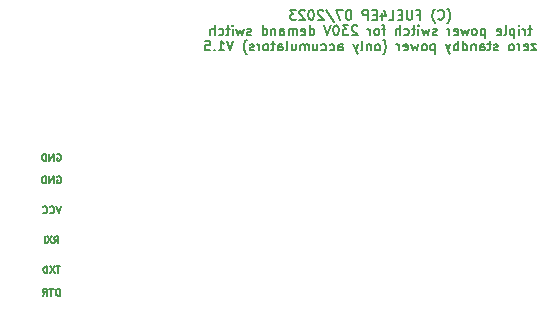
<source format=gbr>
%TF.GenerationSoftware,KiCad,Pcbnew,6.0.11-2627ca5db0~126~ubuntu22.04.1*%
%TF.CreationDate,2023-07-24T12:43:55+02:00*%
%TF.ProjectId,HB-UNI-SenAct-4-4-SC_DS_FUEL4EP_PCB,48422d55-4e49-42d5-9365-6e4163742d34,1.5*%
%TF.SameCoordinates,Original*%
%TF.FileFunction,Legend,Bot*%
%TF.FilePolarity,Positive*%
%FSLAX46Y46*%
G04 Gerber Fmt 4.6, Leading zero omitted, Abs format (unit mm)*
G04 Created by KiCad (PCBNEW 6.0.11-2627ca5db0~126~ubuntu22.04.1) date 2023-07-24 12:43:55*
%MOMM*%
%LPD*%
G01*
G04 APERTURE LIST*
%ADD10C,0.152400*%
%ADD11C,0.150000*%
%ADD12C,2.000000*%
%ADD13R,1.600000X1.600000*%
%ADD14C,1.600000*%
%ADD15R,1.800000X1.800000*%
%ADD16C,1.800000*%
%ADD17R,2.200000X2.200000*%
%ADD18O,2.200000X2.200000*%
%ADD19C,5.800000*%
%ADD20R,1.700000X1.700000*%
%ADD21O,1.700000X1.700000*%
%ADD22C,1.350000*%
%ADD23C,3.000000*%
%ADD24R,1.717500X1.800000*%
%ADD25O,1.717500X1.800000*%
%ADD26R,1.498600X1.498600*%
%ADD27C,1.498600*%
%ADD28C,1.400000*%
%ADD29O,1.400000X1.400000*%
%ADD30O,1.600000X1.600000*%
%ADD31O,3.251200X1.625600*%
%ADD32O,1.800000X1.800000*%
%ADD33C,2.082800*%
%ADD34R,1.000000X1.000000*%
%ADD35R,4.000000X4.000000*%
G04 APERTURE END LIST*
D10*
X46221952Y-21009525D02*
X46260657Y-20970820D01*
X46338066Y-20854706D01*
X46376771Y-20777296D01*
X46415476Y-20661182D01*
X46454180Y-20467658D01*
X46454180Y-20312839D01*
X46415476Y-20119315D01*
X46376771Y-20003201D01*
X46338066Y-19925792D01*
X46260657Y-19809677D01*
X46221952Y-19770972D01*
X45447857Y-20622477D02*
X45486561Y-20661182D01*
X45602676Y-20699887D01*
X45680085Y-20699887D01*
X45796200Y-20661182D01*
X45873609Y-20583772D01*
X45912314Y-20506363D01*
X45951019Y-20351544D01*
X45951019Y-20235430D01*
X45912314Y-20080611D01*
X45873609Y-20003201D01*
X45796200Y-19925792D01*
X45680085Y-19887087D01*
X45602676Y-19887087D01*
X45486561Y-19925792D01*
X45447857Y-19964496D01*
X45176923Y-21009525D02*
X45138219Y-20970820D01*
X45060809Y-20854706D01*
X45022104Y-20777296D01*
X44983400Y-20661182D01*
X44944695Y-20467658D01*
X44944695Y-20312839D01*
X44983400Y-20119315D01*
X45022104Y-20003201D01*
X45060809Y-19925792D01*
X45138219Y-19809677D01*
X45176923Y-19770972D01*
X43667438Y-20274134D02*
X43938371Y-20274134D01*
X43938371Y-20699887D02*
X43938371Y-19887087D01*
X43551323Y-19887087D01*
X43241685Y-19887087D02*
X43241685Y-20545068D01*
X43202980Y-20622477D01*
X43164276Y-20661182D01*
X43086866Y-20699887D01*
X42932047Y-20699887D01*
X42854638Y-20661182D01*
X42815933Y-20622477D01*
X42777228Y-20545068D01*
X42777228Y-19887087D01*
X42390180Y-20274134D02*
X42119247Y-20274134D01*
X42003133Y-20699887D02*
X42390180Y-20699887D01*
X42390180Y-19887087D01*
X42003133Y-19887087D01*
X41267742Y-20699887D02*
X41654790Y-20699887D01*
X41654790Y-19887087D01*
X40648466Y-20158020D02*
X40648466Y-20699887D01*
X40841990Y-19848382D02*
X41035514Y-20428953D01*
X40532352Y-20428953D01*
X40222714Y-20274134D02*
X39951780Y-20274134D01*
X39835666Y-20699887D02*
X40222714Y-20699887D01*
X40222714Y-19887087D01*
X39835666Y-19887087D01*
X39487323Y-20699887D02*
X39487323Y-19887087D01*
X39177685Y-19887087D01*
X39100276Y-19925792D01*
X39061571Y-19964496D01*
X39022866Y-20041906D01*
X39022866Y-20158020D01*
X39061571Y-20235430D01*
X39100276Y-20274134D01*
X39177685Y-20312839D01*
X39487323Y-20312839D01*
X37900428Y-19887087D02*
X37823019Y-19887087D01*
X37745609Y-19925792D01*
X37706904Y-19964496D01*
X37668200Y-20041906D01*
X37629495Y-20196725D01*
X37629495Y-20390249D01*
X37668200Y-20545068D01*
X37706904Y-20622477D01*
X37745609Y-20661182D01*
X37823019Y-20699887D01*
X37900428Y-20699887D01*
X37977838Y-20661182D01*
X38016542Y-20622477D01*
X38055247Y-20545068D01*
X38093952Y-20390249D01*
X38093952Y-20196725D01*
X38055247Y-20041906D01*
X38016542Y-19964496D01*
X37977838Y-19925792D01*
X37900428Y-19887087D01*
X37358561Y-19887087D02*
X36816695Y-19887087D01*
X37165038Y-20699887D01*
X35926485Y-19848382D02*
X36623171Y-20893411D01*
X35694257Y-19964496D02*
X35655552Y-19925792D01*
X35578142Y-19887087D01*
X35384619Y-19887087D01*
X35307209Y-19925792D01*
X35268504Y-19964496D01*
X35229800Y-20041906D01*
X35229800Y-20119315D01*
X35268504Y-20235430D01*
X35732961Y-20699887D01*
X35229800Y-20699887D01*
X34726638Y-19887087D02*
X34649228Y-19887087D01*
X34571819Y-19925792D01*
X34533114Y-19964496D01*
X34494409Y-20041906D01*
X34455704Y-20196725D01*
X34455704Y-20390249D01*
X34494409Y-20545068D01*
X34533114Y-20622477D01*
X34571819Y-20661182D01*
X34649228Y-20699887D01*
X34726638Y-20699887D01*
X34804047Y-20661182D01*
X34842752Y-20622477D01*
X34881457Y-20545068D01*
X34920161Y-20390249D01*
X34920161Y-20196725D01*
X34881457Y-20041906D01*
X34842752Y-19964496D01*
X34804047Y-19925792D01*
X34726638Y-19887087D01*
X34146066Y-19964496D02*
X34107361Y-19925792D01*
X34029952Y-19887087D01*
X33836428Y-19887087D01*
X33759019Y-19925792D01*
X33720314Y-19964496D01*
X33681609Y-20041906D01*
X33681609Y-20119315D01*
X33720314Y-20235430D01*
X34184771Y-20699887D01*
X33681609Y-20699887D01*
X33410676Y-19887087D02*
X32907514Y-19887087D01*
X33178447Y-20196725D01*
X33062333Y-20196725D01*
X32984923Y-20235430D01*
X32946219Y-20274134D01*
X32907514Y-20351544D01*
X32907514Y-20545068D01*
X32946219Y-20622477D01*
X32984923Y-20661182D01*
X33062333Y-20699887D01*
X33294561Y-20699887D01*
X33371971Y-20661182D01*
X33410676Y-20622477D01*
X53362980Y-21466628D02*
X53053342Y-21466628D01*
X53246866Y-21195695D02*
X53246866Y-21892380D01*
X53208161Y-21969790D01*
X53130752Y-22008495D01*
X53053342Y-22008495D01*
X52782409Y-22008495D02*
X52782409Y-21466628D01*
X52782409Y-21621447D02*
X52743704Y-21544038D01*
X52705000Y-21505333D01*
X52627590Y-21466628D01*
X52550180Y-21466628D01*
X52279247Y-22008495D02*
X52279247Y-21466628D01*
X52279247Y-21195695D02*
X52317952Y-21234400D01*
X52279247Y-21273104D01*
X52240542Y-21234400D01*
X52279247Y-21195695D01*
X52279247Y-21273104D01*
X51892200Y-21466628D02*
X51892200Y-22279428D01*
X51892200Y-21505333D02*
X51814790Y-21466628D01*
X51659971Y-21466628D01*
X51582561Y-21505333D01*
X51543857Y-21544038D01*
X51505152Y-21621447D01*
X51505152Y-21853676D01*
X51543857Y-21931085D01*
X51582561Y-21969790D01*
X51659971Y-22008495D01*
X51814790Y-22008495D01*
X51892200Y-21969790D01*
X51040695Y-22008495D02*
X51118104Y-21969790D01*
X51156809Y-21892380D01*
X51156809Y-21195695D01*
X50421419Y-21969790D02*
X50498828Y-22008495D01*
X50653647Y-22008495D01*
X50731057Y-21969790D01*
X50769761Y-21892380D01*
X50769761Y-21582742D01*
X50731057Y-21505333D01*
X50653647Y-21466628D01*
X50498828Y-21466628D01*
X50421419Y-21505333D01*
X50382714Y-21582742D01*
X50382714Y-21660152D01*
X50769761Y-21737561D01*
X49415095Y-21466628D02*
X49415095Y-22279428D01*
X49415095Y-21505333D02*
X49337685Y-21466628D01*
X49182866Y-21466628D01*
X49105457Y-21505333D01*
X49066752Y-21544038D01*
X49028047Y-21621447D01*
X49028047Y-21853676D01*
X49066752Y-21931085D01*
X49105457Y-21969790D01*
X49182866Y-22008495D01*
X49337685Y-22008495D01*
X49415095Y-21969790D01*
X48563590Y-22008495D02*
X48641000Y-21969790D01*
X48679704Y-21931085D01*
X48718409Y-21853676D01*
X48718409Y-21621447D01*
X48679704Y-21544038D01*
X48641000Y-21505333D01*
X48563590Y-21466628D01*
X48447476Y-21466628D01*
X48370066Y-21505333D01*
X48331361Y-21544038D01*
X48292657Y-21621447D01*
X48292657Y-21853676D01*
X48331361Y-21931085D01*
X48370066Y-21969790D01*
X48447476Y-22008495D01*
X48563590Y-22008495D01*
X48021723Y-21466628D02*
X47866904Y-22008495D01*
X47712085Y-21621447D01*
X47557266Y-22008495D01*
X47402447Y-21466628D01*
X46783171Y-21969790D02*
X46860580Y-22008495D01*
X47015400Y-22008495D01*
X47092809Y-21969790D01*
X47131514Y-21892380D01*
X47131514Y-21582742D01*
X47092809Y-21505333D01*
X47015400Y-21466628D01*
X46860580Y-21466628D01*
X46783171Y-21505333D01*
X46744466Y-21582742D01*
X46744466Y-21660152D01*
X47131514Y-21737561D01*
X46396123Y-22008495D02*
X46396123Y-21466628D01*
X46396123Y-21621447D02*
X46357419Y-21544038D01*
X46318714Y-21505333D01*
X46241304Y-21466628D01*
X46163895Y-21466628D01*
X45312390Y-21969790D02*
X45234980Y-22008495D01*
X45080161Y-22008495D01*
X45002752Y-21969790D01*
X44964047Y-21892380D01*
X44964047Y-21853676D01*
X45002752Y-21776266D01*
X45080161Y-21737561D01*
X45196276Y-21737561D01*
X45273685Y-21698857D01*
X45312390Y-21621447D01*
X45312390Y-21582742D01*
X45273685Y-21505333D01*
X45196276Y-21466628D01*
X45080161Y-21466628D01*
X45002752Y-21505333D01*
X44693114Y-21466628D02*
X44538295Y-22008495D01*
X44383476Y-21621447D01*
X44228657Y-22008495D01*
X44073838Y-21466628D01*
X43764200Y-22008495D02*
X43764200Y-21466628D01*
X43764200Y-21195695D02*
X43802904Y-21234400D01*
X43764200Y-21273104D01*
X43725495Y-21234400D01*
X43764200Y-21195695D01*
X43764200Y-21273104D01*
X43493266Y-21466628D02*
X43183628Y-21466628D01*
X43377152Y-21195695D02*
X43377152Y-21892380D01*
X43338447Y-21969790D01*
X43261038Y-22008495D01*
X43183628Y-22008495D01*
X42564352Y-21969790D02*
X42641761Y-22008495D01*
X42796580Y-22008495D01*
X42873990Y-21969790D01*
X42912695Y-21931085D01*
X42951400Y-21853676D01*
X42951400Y-21621447D01*
X42912695Y-21544038D01*
X42873990Y-21505333D01*
X42796580Y-21466628D01*
X42641761Y-21466628D01*
X42564352Y-21505333D01*
X42216009Y-22008495D02*
X42216009Y-21195695D01*
X41867666Y-22008495D02*
X41867666Y-21582742D01*
X41906371Y-21505333D01*
X41983780Y-21466628D01*
X42099895Y-21466628D01*
X42177304Y-21505333D01*
X42216009Y-21544038D01*
X40977457Y-21466628D02*
X40667819Y-21466628D01*
X40861342Y-22008495D02*
X40861342Y-21311809D01*
X40822638Y-21234400D01*
X40745228Y-21195695D01*
X40667819Y-21195695D01*
X40280771Y-22008495D02*
X40358180Y-21969790D01*
X40396885Y-21931085D01*
X40435590Y-21853676D01*
X40435590Y-21621447D01*
X40396885Y-21544038D01*
X40358180Y-21505333D01*
X40280771Y-21466628D01*
X40164657Y-21466628D01*
X40087247Y-21505333D01*
X40048542Y-21544038D01*
X40009838Y-21621447D01*
X40009838Y-21853676D01*
X40048542Y-21931085D01*
X40087247Y-21969790D01*
X40164657Y-22008495D01*
X40280771Y-22008495D01*
X39661495Y-22008495D02*
X39661495Y-21466628D01*
X39661495Y-21621447D02*
X39622790Y-21544038D01*
X39584085Y-21505333D01*
X39506676Y-21466628D01*
X39429266Y-21466628D01*
X38577761Y-21273104D02*
X38539057Y-21234400D01*
X38461647Y-21195695D01*
X38268123Y-21195695D01*
X38190714Y-21234400D01*
X38152009Y-21273104D01*
X38113304Y-21350514D01*
X38113304Y-21427923D01*
X38152009Y-21544038D01*
X38616466Y-22008495D01*
X38113304Y-22008495D01*
X37842371Y-21195695D02*
X37339209Y-21195695D01*
X37610142Y-21505333D01*
X37494028Y-21505333D01*
X37416619Y-21544038D01*
X37377914Y-21582742D01*
X37339209Y-21660152D01*
X37339209Y-21853676D01*
X37377914Y-21931085D01*
X37416619Y-21969790D01*
X37494028Y-22008495D01*
X37726257Y-22008495D01*
X37803666Y-21969790D01*
X37842371Y-21931085D01*
X36836047Y-21195695D02*
X36758638Y-21195695D01*
X36681228Y-21234400D01*
X36642523Y-21273104D01*
X36603819Y-21350514D01*
X36565114Y-21505333D01*
X36565114Y-21698857D01*
X36603819Y-21853676D01*
X36642523Y-21931085D01*
X36681228Y-21969790D01*
X36758638Y-22008495D01*
X36836047Y-22008495D01*
X36913457Y-21969790D01*
X36952161Y-21931085D01*
X36990866Y-21853676D01*
X37029571Y-21698857D01*
X37029571Y-21505333D01*
X36990866Y-21350514D01*
X36952161Y-21273104D01*
X36913457Y-21234400D01*
X36836047Y-21195695D01*
X36332885Y-21195695D02*
X36061952Y-22008495D01*
X35791019Y-21195695D01*
X34552466Y-22008495D02*
X34552466Y-21195695D01*
X34552466Y-21969790D02*
X34629876Y-22008495D01*
X34784695Y-22008495D01*
X34862104Y-21969790D01*
X34900809Y-21931085D01*
X34939514Y-21853676D01*
X34939514Y-21621447D01*
X34900809Y-21544038D01*
X34862104Y-21505333D01*
X34784695Y-21466628D01*
X34629876Y-21466628D01*
X34552466Y-21505333D01*
X33855780Y-21969790D02*
X33933190Y-22008495D01*
X34088009Y-22008495D01*
X34165419Y-21969790D01*
X34204123Y-21892380D01*
X34204123Y-21582742D01*
X34165419Y-21505333D01*
X34088009Y-21466628D01*
X33933190Y-21466628D01*
X33855780Y-21505333D01*
X33817076Y-21582742D01*
X33817076Y-21660152D01*
X34204123Y-21737561D01*
X33468733Y-22008495D02*
X33468733Y-21466628D01*
X33468733Y-21544038D02*
X33430028Y-21505333D01*
X33352619Y-21466628D01*
X33236504Y-21466628D01*
X33159095Y-21505333D01*
X33120390Y-21582742D01*
X33120390Y-22008495D01*
X33120390Y-21582742D02*
X33081685Y-21505333D01*
X33004276Y-21466628D01*
X32888161Y-21466628D01*
X32810752Y-21505333D01*
X32772047Y-21582742D01*
X32772047Y-22008495D01*
X32036657Y-22008495D02*
X32036657Y-21582742D01*
X32075361Y-21505333D01*
X32152771Y-21466628D01*
X32307590Y-21466628D01*
X32385000Y-21505333D01*
X32036657Y-21969790D02*
X32114066Y-22008495D01*
X32307590Y-22008495D01*
X32385000Y-21969790D01*
X32423704Y-21892380D01*
X32423704Y-21814971D01*
X32385000Y-21737561D01*
X32307590Y-21698857D01*
X32114066Y-21698857D01*
X32036657Y-21660152D01*
X31649609Y-21466628D02*
X31649609Y-22008495D01*
X31649609Y-21544038D02*
X31610904Y-21505333D01*
X31533495Y-21466628D01*
X31417380Y-21466628D01*
X31339971Y-21505333D01*
X31301266Y-21582742D01*
X31301266Y-22008495D01*
X30565876Y-22008495D02*
X30565876Y-21195695D01*
X30565876Y-21969790D02*
X30643285Y-22008495D01*
X30798104Y-22008495D01*
X30875514Y-21969790D01*
X30914219Y-21931085D01*
X30952923Y-21853676D01*
X30952923Y-21621447D01*
X30914219Y-21544038D01*
X30875514Y-21505333D01*
X30798104Y-21466628D01*
X30643285Y-21466628D01*
X30565876Y-21505333D01*
X29598257Y-21969790D02*
X29520847Y-22008495D01*
X29366028Y-22008495D01*
X29288619Y-21969790D01*
X29249914Y-21892380D01*
X29249914Y-21853676D01*
X29288619Y-21776266D01*
X29366028Y-21737561D01*
X29482142Y-21737561D01*
X29559552Y-21698857D01*
X29598257Y-21621447D01*
X29598257Y-21582742D01*
X29559552Y-21505333D01*
X29482142Y-21466628D01*
X29366028Y-21466628D01*
X29288619Y-21505333D01*
X28978980Y-21466628D02*
X28824161Y-22008495D01*
X28669342Y-21621447D01*
X28514523Y-22008495D01*
X28359704Y-21466628D01*
X28050066Y-22008495D02*
X28050066Y-21466628D01*
X28050066Y-21195695D02*
X28088771Y-21234400D01*
X28050066Y-21273104D01*
X28011361Y-21234400D01*
X28050066Y-21195695D01*
X28050066Y-21273104D01*
X27779133Y-21466628D02*
X27469495Y-21466628D01*
X27663019Y-21195695D02*
X27663019Y-21892380D01*
X27624314Y-21969790D01*
X27546904Y-22008495D01*
X27469495Y-22008495D01*
X26850219Y-21969790D02*
X26927628Y-22008495D01*
X27082447Y-22008495D01*
X27159857Y-21969790D01*
X27198561Y-21931085D01*
X27237266Y-21853676D01*
X27237266Y-21621447D01*
X27198561Y-21544038D01*
X27159857Y-21505333D01*
X27082447Y-21466628D01*
X26927628Y-21466628D01*
X26850219Y-21505333D01*
X26501876Y-22008495D02*
X26501876Y-21195695D01*
X26153533Y-22008495D02*
X26153533Y-21582742D01*
X26192238Y-21505333D01*
X26269647Y-21466628D01*
X26385761Y-21466628D01*
X26463171Y-21505333D01*
X26501876Y-21544038D01*
X53750028Y-22775236D02*
X53324276Y-22775236D01*
X53750028Y-23317103D01*
X53324276Y-23317103D01*
X52705000Y-23278398D02*
X52782409Y-23317103D01*
X52937228Y-23317103D01*
X53014638Y-23278398D01*
X53053342Y-23200988D01*
X53053342Y-22891350D01*
X53014638Y-22813941D01*
X52937228Y-22775236D01*
X52782409Y-22775236D01*
X52705000Y-22813941D01*
X52666295Y-22891350D01*
X52666295Y-22968760D01*
X53053342Y-23046169D01*
X52317952Y-23317103D02*
X52317952Y-22775236D01*
X52317952Y-22930055D02*
X52279247Y-22852646D01*
X52240542Y-22813941D01*
X52163133Y-22775236D01*
X52085723Y-22775236D01*
X51698676Y-23317103D02*
X51776085Y-23278398D01*
X51814790Y-23239693D01*
X51853495Y-23162284D01*
X51853495Y-22930055D01*
X51814790Y-22852646D01*
X51776085Y-22813941D01*
X51698676Y-22775236D01*
X51582561Y-22775236D01*
X51505152Y-22813941D01*
X51466447Y-22852646D01*
X51427742Y-22930055D01*
X51427742Y-23162284D01*
X51466447Y-23239693D01*
X51505152Y-23278398D01*
X51582561Y-23317103D01*
X51698676Y-23317103D01*
X50498828Y-23278398D02*
X50421419Y-23317103D01*
X50266600Y-23317103D01*
X50189190Y-23278398D01*
X50150485Y-23200988D01*
X50150485Y-23162284D01*
X50189190Y-23084874D01*
X50266600Y-23046169D01*
X50382714Y-23046169D01*
X50460123Y-23007465D01*
X50498828Y-22930055D01*
X50498828Y-22891350D01*
X50460123Y-22813941D01*
X50382714Y-22775236D01*
X50266600Y-22775236D01*
X50189190Y-22813941D01*
X49918257Y-22775236D02*
X49608619Y-22775236D01*
X49802142Y-22504303D02*
X49802142Y-23200988D01*
X49763438Y-23278398D01*
X49686028Y-23317103D01*
X49608619Y-23317103D01*
X48989342Y-23317103D02*
X48989342Y-22891350D01*
X49028047Y-22813941D01*
X49105457Y-22775236D01*
X49260276Y-22775236D01*
X49337685Y-22813941D01*
X48989342Y-23278398D02*
X49066752Y-23317103D01*
X49260276Y-23317103D01*
X49337685Y-23278398D01*
X49376390Y-23200988D01*
X49376390Y-23123579D01*
X49337685Y-23046169D01*
X49260276Y-23007465D01*
X49066752Y-23007465D01*
X48989342Y-22968760D01*
X48602295Y-22775236D02*
X48602295Y-23317103D01*
X48602295Y-22852646D02*
X48563590Y-22813941D01*
X48486180Y-22775236D01*
X48370066Y-22775236D01*
X48292657Y-22813941D01*
X48253952Y-22891350D01*
X48253952Y-23317103D01*
X47518561Y-23317103D02*
X47518561Y-22504303D01*
X47518561Y-23278398D02*
X47595971Y-23317103D01*
X47750790Y-23317103D01*
X47828200Y-23278398D01*
X47866904Y-23239693D01*
X47905609Y-23162284D01*
X47905609Y-22930055D01*
X47866904Y-22852646D01*
X47828200Y-22813941D01*
X47750790Y-22775236D01*
X47595971Y-22775236D01*
X47518561Y-22813941D01*
X47131514Y-23317103D02*
X47131514Y-22504303D01*
X47131514Y-22813941D02*
X47054104Y-22775236D01*
X46899285Y-22775236D01*
X46821876Y-22813941D01*
X46783171Y-22852646D01*
X46744466Y-22930055D01*
X46744466Y-23162284D01*
X46783171Y-23239693D01*
X46821876Y-23278398D01*
X46899285Y-23317103D01*
X47054104Y-23317103D01*
X47131514Y-23278398D01*
X46473533Y-22775236D02*
X46280009Y-23317103D01*
X46086485Y-22775236D02*
X46280009Y-23317103D01*
X46357419Y-23510627D01*
X46396123Y-23549331D01*
X46473533Y-23588036D01*
X45157571Y-22775236D02*
X45157571Y-23588036D01*
X45157571Y-22813941D02*
X45080161Y-22775236D01*
X44925342Y-22775236D01*
X44847933Y-22813941D01*
X44809228Y-22852646D01*
X44770523Y-22930055D01*
X44770523Y-23162284D01*
X44809228Y-23239693D01*
X44847933Y-23278398D01*
X44925342Y-23317103D01*
X45080161Y-23317103D01*
X45157571Y-23278398D01*
X44306066Y-23317103D02*
X44383476Y-23278398D01*
X44422180Y-23239693D01*
X44460885Y-23162284D01*
X44460885Y-22930055D01*
X44422180Y-22852646D01*
X44383476Y-22813941D01*
X44306066Y-22775236D01*
X44189952Y-22775236D01*
X44112542Y-22813941D01*
X44073838Y-22852646D01*
X44035133Y-22930055D01*
X44035133Y-23162284D01*
X44073838Y-23239693D01*
X44112542Y-23278398D01*
X44189952Y-23317103D01*
X44306066Y-23317103D01*
X43764200Y-22775236D02*
X43609380Y-23317103D01*
X43454561Y-22930055D01*
X43299742Y-23317103D01*
X43144923Y-22775236D01*
X42525647Y-23278398D02*
X42603057Y-23317103D01*
X42757876Y-23317103D01*
X42835285Y-23278398D01*
X42873990Y-23200988D01*
X42873990Y-22891350D01*
X42835285Y-22813941D01*
X42757876Y-22775236D01*
X42603057Y-22775236D01*
X42525647Y-22813941D01*
X42486942Y-22891350D01*
X42486942Y-22968760D01*
X42873990Y-23046169D01*
X42138600Y-23317103D02*
X42138600Y-22775236D01*
X42138600Y-22930055D02*
X42099895Y-22852646D01*
X42061190Y-22813941D01*
X41983780Y-22775236D01*
X41906371Y-22775236D01*
X40783933Y-23626741D02*
X40822638Y-23588036D01*
X40900047Y-23471922D01*
X40938752Y-23394512D01*
X40977457Y-23278398D01*
X41016161Y-23084874D01*
X41016161Y-22930055D01*
X40977457Y-22736531D01*
X40938752Y-22620417D01*
X40900047Y-22543008D01*
X40822638Y-22426893D01*
X40783933Y-22388188D01*
X40358180Y-23317103D02*
X40435590Y-23278398D01*
X40474295Y-23239693D01*
X40513000Y-23162284D01*
X40513000Y-22930055D01*
X40474295Y-22852646D01*
X40435590Y-22813941D01*
X40358180Y-22775236D01*
X40242066Y-22775236D01*
X40164657Y-22813941D01*
X40125952Y-22852646D01*
X40087247Y-22930055D01*
X40087247Y-23162284D01*
X40125952Y-23239693D01*
X40164657Y-23278398D01*
X40242066Y-23317103D01*
X40358180Y-23317103D01*
X39738904Y-22775236D02*
X39738904Y-23317103D01*
X39738904Y-22852646D02*
X39700200Y-22813941D01*
X39622790Y-22775236D01*
X39506676Y-22775236D01*
X39429266Y-22813941D01*
X39390561Y-22891350D01*
X39390561Y-23317103D01*
X38887400Y-23317103D02*
X38964809Y-23278398D01*
X39003514Y-23200988D01*
X39003514Y-22504303D01*
X38655171Y-22775236D02*
X38461647Y-23317103D01*
X38268123Y-22775236D02*
X38461647Y-23317103D01*
X38539057Y-23510627D01*
X38577761Y-23549331D01*
X38655171Y-23588036D01*
X36990866Y-23317103D02*
X36990866Y-22891350D01*
X37029571Y-22813941D01*
X37106980Y-22775236D01*
X37261800Y-22775236D01*
X37339209Y-22813941D01*
X36990866Y-23278398D02*
X37068276Y-23317103D01*
X37261800Y-23317103D01*
X37339209Y-23278398D01*
X37377914Y-23200988D01*
X37377914Y-23123579D01*
X37339209Y-23046169D01*
X37261800Y-23007465D01*
X37068276Y-23007465D01*
X36990866Y-22968760D01*
X36255476Y-23278398D02*
X36332885Y-23317103D01*
X36487704Y-23317103D01*
X36565114Y-23278398D01*
X36603819Y-23239693D01*
X36642523Y-23162284D01*
X36642523Y-22930055D01*
X36603819Y-22852646D01*
X36565114Y-22813941D01*
X36487704Y-22775236D01*
X36332885Y-22775236D01*
X36255476Y-22813941D01*
X35558790Y-23278398D02*
X35636200Y-23317103D01*
X35791019Y-23317103D01*
X35868428Y-23278398D01*
X35907133Y-23239693D01*
X35945838Y-23162284D01*
X35945838Y-22930055D01*
X35907133Y-22852646D01*
X35868428Y-22813941D01*
X35791019Y-22775236D01*
X35636200Y-22775236D01*
X35558790Y-22813941D01*
X34862104Y-22775236D02*
X34862104Y-23317103D01*
X35210447Y-22775236D02*
X35210447Y-23200988D01*
X35171742Y-23278398D01*
X35094333Y-23317103D01*
X34978219Y-23317103D01*
X34900809Y-23278398D01*
X34862104Y-23239693D01*
X34475057Y-23317103D02*
X34475057Y-22775236D01*
X34475057Y-22852646D02*
X34436352Y-22813941D01*
X34358942Y-22775236D01*
X34242828Y-22775236D01*
X34165419Y-22813941D01*
X34126714Y-22891350D01*
X34126714Y-23317103D01*
X34126714Y-22891350D02*
X34088009Y-22813941D01*
X34010600Y-22775236D01*
X33894485Y-22775236D01*
X33817076Y-22813941D01*
X33778371Y-22891350D01*
X33778371Y-23317103D01*
X33042980Y-22775236D02*
X33042980Y-23317103D01*
X33391323Y-22775236D02*
X33391323Y-23200988D01*
X33352619Y-23278398D01*
X33275209Y-23317103D01*
X33159095Y-23317103D01*
X33081685Y-23278398D01*
X33042980Y-23239693D01*
X32539819Y-23317103D02*
X32617228Y-23278398D01*
X32655933Y-23200988D01*
X32655933Y-22504303D01*
X31881838Y-23317103D02*
X31881838Y-22891350D01*
X31920542Y-22813941D01*
X31997952Y-22775236D01*
X32152771Y-22775236D01*
X32230180Y-22813941D01*
X31881838Y-23278398D02*
X31959247Y-23317103D01*
X32152771Y-23317103D01*
X32230180Y-23278398D01*
X32268885Y-23200988D01*
X32268885Y-23123579D01*
X32230180Y-23046169D01*
X32152771Y-23007465D01*
X31959247Y-23007465D01*
X31881838Y-22968760D01*
X31610904Y-22775236D02*
X31301266Y-22775236D01*
X31494790Y-22504303D02*
X31494790Y-23200988D01*
X31456085Y-23278398D01*
X31378676Y-23317103D01*
X31301266Y-23317103D01*
X30914219Y-23317103D02*
X30991628Y-23278398D01*
X31030333Y-23239693D01*
X31069038Y-23162284D01*
X31069038Y-22930055D01*
X31030333Y-22852646D01*
X30991628Y-22813941D01*
X30914219Y-22775236D01*
X30798104Y-22775236D01*
X30720695Y-22813941D01*
X30681990Y-22852646D01*
X30643285Y-22930055D01*
X30643285Y-23162284D01*
X30681990Y-23239693D01*
X30720695Y-23278398D01*
X30798104Y-23317103D01*
X30914219Y-23317103D01*
X30294942Y-23317103D02*
X30294942Y-22775236D01*
X30294942Y-22930055D02*
X30256238Y-22852646D01*
X30217533Y-22813941D01*
X30140123Y-22775236D01*
X30062714Y-22775236D01*
X29830485Y-23278398D02*
X29753076Y-23317103D01*
X29598257Y-23317103D01*
X29520847Y-23278398D01*
X29482142Y-23200988D01*
X29482142Y-23162284D01*
X29520847Y-23084874D01*
X29598257Y-23046169D01*
X29714371Y-23046169D01*
X29791780Y-23007465D01*
X29830485Y-22930055D01*
X29830485Y-22891350D01*
X29791780Y-22813941D01*
X29714371Y-22775236D01*
X29598257Y-22775236D01*
X29520847Y-22813941D01*
X29211209Y-23626741D02*
X29172504Y-23588036D01*
X29095095Y-23471922D01*
X29056390Y-23394512D01*
X29017685Y-23278398D01*
X28978980Y-23084874D01*
X28978980Y-22930055D01*
X29017685Y-22736531D01*
X29056390Y-22620417D01*
X29095095Y-22543008D01*
X29172504Y-22426893D01*
X29211209Y-22388188D01*
X28088771Y-22504303D02*
X27817838Y-23317103D01*
X27546904Y-22504303D01*
X26850219Y-23317103D02*
X27314676Y-23317103D01*
X27082447Y-23317103D02*
X27082447Y-22504303D01*
X27159857Y-22620417D01*
X27237266Y-22697827D01*
X27314676Y-22736531D01*
X26501876Y-23239693D02*
X26463171Y-23278398D01*
X26501876Y-23317103D01*
X26540580Y-23278398D01*
X26501876Y-23239693D01*
X26501876Y-23317103D01*
X25727780Y-22504303D02*
X26114828Y-22504303D01*
X26153533Y-22891350D01*
X26114828Y-22852646D01*
X26037419Y-22813941D01*
X25843895Y-22813941D01*
X25766485Y-22852646D01*
X25727780Y-22891350D01*
X25689076Y-22968760D01*
X25689076Y-23162284D01*
X25727780Y-23239693D01*
X25766485Y-23278398D01*
X25843895Y-23317103D01*
X26037419Y-23317103D01*
X26114828Y-23278398D01*
X26153533Y-23239693D01*
D11*
%TO.C,Module1*%
X13157142Y-33990000D02*
X13214285Y-33961428D01*
X13300000Y-33961428D01*
X13385714Y-33990000D01*
X13442857Y-34047142D01*
X13471428Y-34104285D01*
X13500000Y-34218571D01*
X13500000Y-34304285D01*
X13471428Y-34418571D01*
X13442857Y-34475714D01*
X13385714Y-34532857D01*
X13300000Y-34561428D01*
X13242857Y-34561428D01*
X13157142Y-34532857D01*
X13128571Y-34504285D01*
X13128571Y-34304285D01*
X13242857Y-34304285D01*
X12871428Y-34561428D02*
X12871428Y-33961428D01*
X12528571Y-34561428D01*
X12528571Y-33961428D01*
X12242857Y-34561428D02*
X12242857Y-33961428D01*
X12100000Y-33961428D01*
X12014285Y-33990000D01*
X11957142Y-34047142D01*
X11928571Y-34104285D01*
X11900000Y-34218571D01*
X11900000Y-34304285D01*
X11928571Y-34418571D01*
X11957142Y-34475714D01*
X12014285Y-34532857D01*
X12100000Y-34561428D01*
X12242857Y-34561428D01*
X13385714Y-44086428D02*
X13385714Y-43486428D01*
X13242857Y-43486428D01*
X13157142Y-43515000D01*
X13100000Y-43572142D01*
X13071428Y-43629285D01*
X13042857Y-43743571D01*
X13042857Y-43829285D01*
X13071428Y-43943571D01*
X13100000Y-44000714D01*
X13157142Y-44057857D01*
X13242857Y-44086428D01*
X13385714Y-44086428D01*
X12871428Y-43486428D02*
X12528571Y-43486428D01*
X12700000Y-44086428D02*
X12700000Y-43486428D01*
X11985714Y-44086428D02*
X12185714Y-43800714D01*
X12328571Y-44086428D02*
X12328571Y-43486428D01*
X12100000Y-43486428D01*
X12042857Y-43515000D01*
X12014285Y-43543571D01*
X11985714Y-43600714D01*
X11985714Y-43686428D01*
X12014285Y-43743571D01*
X12042857Y-43772142D01*
X12100000Y-43800714D01*
X12328571Y-43800714D01*
X13457142Y-41581428D02*
X13114285Y-41581428D01*
X13285714Y-42181428D02*
X13285714Y-41581428D01*
X12971428Y-41581428D02*
X12571428Y-42181428D01*
X12571428Y-41581428D02*
X12971428Y-42181428D01*
X12342857Y-42181428D02*
X12342857Y-41581428D01*
X12200000Y-41581428D01*
X12114285Y-41610000D01*
X12057142Y-41667142D01*
X12028571Y-41724285D01*
X12000000Y-41838571D01*
X12000000Y-41924285D01*
X12028571Y-42038571D01*
X12057142Y-42095714D01*
X12114285Y-42152857D01*
X12200000Y-42181428D01*
X12342857Y-42181428D01*
X13500000Y-36501428D02*
X13300000Y-37101428D01*
X13100000Y-36501428D01*
X12557142Y-37044285D02*
X12585714Y-37072857D01*
X12671428Y-37101428D01*
X12728571Y-37101428D01*
X12814285Y-37072857D01*
X12871428Y-37015714D01*
X12900000Y-36958571D01*
X12928571Y-36844285D01*
X12928571Y-36758571D01*
X12900000Y-36644285D01*
X12871428Y-36587142D01*
X12814285Y-36530000D01*
X12728571Y-36501428D01*
X12671428Y-36501428D01*
X12585714Y-36530000D01*
X12557142Y-36558571D01*
X11957142Y-37044285D02*
X11985714Y-37072857D01*
X12071428Y-37101428D01*
X12128571Y-37101428D01*
X12214285Y-37072857D01*
X12271428Y-37015714D01*
X12300000Y-36958571D01*
X12328571Y-36844285D01*
X12328571Y-36758571D01*
X12300000Y-36644285D01*
X12271428Y-36587142D01*
X12214285Y-36530000D01*
X12128571Y-36501428D01*
X12071428Y-36501428D01*
X11985714Y-36530000D01*
X11957142Y-36558571D01*
X12942857Y-39641428D02*
X13142857Y-39355714D01*
X13285714Y-39641428D02*
X13285714Y-39041428D01*
X13057142Y-39041428D01*
X13000000Y-39070000D01*
X12971428Y-39098571D01*
X12942857Y-39155714D01*
X12942857Y-39241428D01*
X12971428Y-39298571D01*
X13000000Y-39327142D01*
X13057142Y-39355714D01*
X13285714Y-39355714D01*
X12742857Y-39041428D02*
X12342857Y-39641428D01*
X12342857Y-39041428D02*
X12742857Y-39641428D01*
X12114285Y-39641428D02*
X12114285Y-39041428D01*
X13157142Y-32085000D02*
X13214285Y-32056428D01*
X13300000Y-32056428D01*
X13385714Y-32085000D01*
X13442857Y-32142142D01*
X13471428Y-32199285D01*
X13500000Y-32313571D01*
X13500000Y-32399285D01*
X13471428Y-32513571D01*
X13442857Y-32570714D01*
X13385714Y-32627857D01*
X13300000Y-32656428D01*
X13242857Y-32656428D01*
X13157142Y-32627857D01*
X13128571Y-32599285D01*
X13128571Y-32399285D01*
X13242857Y-32399285D01*
X12871428Y-32656428D02*
X12871428Y-32056428D01*
X12528571Y-32656428D01*
X12528571Y-32056428D01*
X12242857Y-32656428D02*
X12242857Y-32056428D01*
X12100000Y-32056428D01*
X12014285Y-32085000D01*
X11957142Y-32142142D01*
X11928571Y-32199285D01*
X11900000Y-32313571D01*
X11900000Y-32399285D01*
X11928571Y-32513571D01*
X11957142Y-32570714D01*
X12014285Y-32627857D01*
X12100000Y-32656428D01*
X12242857Y-32656428D01*
X10795000Y-41910000D02*
G75*
G03*
X10795000Y-41910000I-635000J0D01*
G01*
X10795000Y-39370000D02*
G75*
G03*
X10795000Y-39370000I-635000J0D01*
G01*
X10795000Y-34290000D02*
G75*
G03*
X10795000Y-34290000I-635000J0D01*
G01*
X10795000Y-31750000D02*
G75*
G03*
X10795000Y-31750000I-635000J0D01*
G01*
X10795000Y-44450000D02*
G75*
G03*
X10795000Y-44450000I-635000J0D01*
G01*
X10795000Y-36830000D02*
G75*
G03*
X10795000Y-36830000I-635000J0D01*
G01*
%TD*%
%LPC*%
D12*
%TO.C,C4*%
X19431000Y-26670000D03*
X14431000Y-26670000D03*
%TD*%
D13*
%TO.C,C5*%
X15240000Y-17240000D03*
D14*
X15240000Y-15240000D03*
%TD*%
D15*
%TO.C,D1*%
X1738000Y-30734000D03*
D16*
X4278000Y-30734000D03*
%TD*%
D17*
%TO.C,D2*%
X60960000Y-31750000D03*
D18*
X53340000Y-31750000D03*
%TD*%
D17*
%TO.C,D3*%
X71247000Y-53213000D03*
D18*
X63627000Y-53213000D03*
%TD*%
D17*
%TO.C,D6*%
X71247000Y-56515000D03*
D18*
X63627000Y-56515000D03*
%TD*%
D17*
%TO.C,D11*%
X39370000Y-10160000D03*
D18*
X39370000Y-2540000D03*
%TD*%
D19*
%TO.C,H1*%
X75697000Y-8261000D03*
%TD*%
%TO.C,H3*%
X9657000Y-54235000D03*
%TD*%
%TO.C,H4*%
X75951000Y-54362000D03*
%TD*%
D20*
%TO.C,J2*%
X16510000Y-60960000D03*
D21*
X19050000Y-60960000D03*
X21590000Y-60960000D03*
X24130000Y-60960000D03*
X26670000Y-60960000D03*
X29210000Y-60960000D03*
%TD*%
D20*
%TO.C,J4*%
X52070000Y-61093000D03*
D21*
X49530000Y-61093000D03*
X46990000Y-61093000D03*
X44450000Y-61093000D03*
X41910000Y-61093000D03*
X39370000Y-61093000D03*
X36830000Y-61093000D03*
%TD*%
D20*
%TO.C,J5*%
X3048000Y-51308000D03*
D21*
X3048000Y-48768000D03*
X3048000Y-46228000D03*
X3048000Y-43688000D03*
X3048000Y-41148000D03*
X3048000Y-38608000D03*
%TD*%
D20*
%TO.C,J6*%
X82550000Y-11938000D03*
D21*
X82550000Y-9398000D03*
%TD*%
D20*
%TO.C,J10*%
X3048000Y-19050000D03*
D21*
X3048000Y-16510000D03*
X3048000Y-13970000D03*
%TD*%
D22*
%TO.C,Module2*%
X83735000Y-39980000D03*
X65735000Y-34480000D03*
D23*
X83735000Y-42480000D03*
D22*
X65735000Y-36480000D03*
X83735000Y-44980000D03*
X65735000Y-38480000D03*
X65735000Y-40480000D03*
X65735000Y-42480000D03*
X65735000Y-44480000D03*
X65735000Y-46480000D03*
X65735000Y-48480000D03*
%TD*%
D24*
%TO.C,Q1*%
X70093000Y-20320000D03*
D25*
X72383000Y-20320000D03*
X74673000Y-20320000D03*
%TD*%
D26*
%TO.C,Q5*%
X46736000Y-29337000D03*
D27*
X48006000Y-26797000D03*
X49276000Y-29337000D03*
%TD*%
D28*
%TO.C,R1*%
X6604000Y-29464000D03*
D29*
X6604000Y-34544000D03*
%TD*%
D14*
%TO.C,R2*%
X26035000Y-11430000D03*
D30*
X15875000Y-11430000D03*
%TD*%
D28*
%TO.C,R13*%
X52324000Y-19812000D03*
D29*
X47244000Y-19812000D03*
%TD*%
D28*
%TO.C,R14*%
X55118000Y-24511000D03*
D29*
X60198000Y-24511000D03*
%TD*%
D28*
%TO.C,R17*%
X60960000Y-28575000D03*
D29*
X55880000Y-28575000D03*
%TD*%
D14*
%TO.C,R22*%
X14986000Y-7620000D03*
D30*
X35306000Y-7620000D03*
%TD*%
D12*
%TO.C,SW1*%
X16308000Y-56860000D03*
X22808000Y-56860000D03*
X16308000Y-52360000D03*
X22808000Y-52360000D03*
%TD*%
D19*
%TO.C,H2*%
X9657000Y-8261000D03*
%TD*%
D16*
%TO.C,Module1*%
X12700000Y-30480000D03*
X40640000Y-38100000D03*
X12700000Y-45720000D03*
X10160000Y-44450000D03*
X21590000Y-33020000D03*
X15240000Y-30480000D03*
X40640000Y-35560000D03*
X15240000Y-45720000D03*
X10160000Y-41910000D03*
X24130000Y-33020000D03*
X17780000Y-30480000D03*
X40640000Y-33020000D03*
X17780000Y-45720000D03*
X10160000Y-39370000D03*
X20320000Y-30480000D03*
X20320000Y-45720000D03*
X10160000Y-36830000D03*
X22860000Y-30480000D03*
X22860000Y-45720000D03*
X10160000Y-34290000D03*
X25400000Y-30480000D03*
X25400000Y-45720000D03*
X10160000Y-31750000D03*
X27940000Y-30480000D03*
X27940000Y-45720000D03*
X30480000Y-30480000D03*
X30480000Y-45720000D03*
X33020000Y-30480000D03*
X33020000Y-45720000D03*
X35560000Y-30480000D03*
X35560000Y-45720000D03*
X38100000Y-30480000D03*
X38100000Y-45720000D03*
X40640000Y-30480000D03*
X40640000Y-45720000D03*
%TD*%
D28*
%TO.C,R3*%
X64008000Y-23622000D03*
D29*
X69088000Y-23622000D03*
%TD*%
D20*
%TO.C,J1*%
X82550000Y-15718000D03*
D21*
X82550000Y-18258000D03*
%TD*%
D31*
%TO.C,Q4*%
X83398000Y-28702000D03*
X83398000Y-26162000D03*
X83398000Y-23622000D03*
%TD*%
D28*
%TO.C,R5*%
X41910000Y-52070000D03*
D29*
X41910000Y-57150000D03*
%TD*%
D28*
%TO.C,R6*%
X44450000Y-52070000D03*
D29*
X44450000Y-57150000D03*
%TD*%
D28*
%TO.C,R7*%
X46990000Y-52070000D03*
D29*
X46990000Y-57150000D03*
%TD*%
D28*
%TO.C,R8*%
X49530000Y-52070000D03*
D29*
X49530000Y-57150000D03*
%TD*%
D28*
%TO.C,R9*%
X77724000Y-25400000D03*
D29*
X77724000Y-30480000D03*
%TD*%
D28*
%TO.C,R10*%
X77470000Y-17272000D03*
D29*
X77470000Y-22352000D03*
%TD*%
D28*
%TO.C,R11*%
X39370000Y-52070000D03*
D29*
X39370000Y-57150000D03*
%TD*%
D19*
%TO.C,H5*%
X4000000Y-3980000D03*
%TD*%
%TO.C,H7*%
X4000000Y-59000000D03*
%TD*%
%TO.C,H8*%
X82000000Y-59000000D03*
%TD*%
D13*
%TO.C,C1*%
X67310000Y-27940000D03*
D14*
X64810000Y-27940000D03*
%TD*%
D19*
%TO.C,H6*%
X82000000Y-4000000D03*
%TD*%
D20*
%TO.C,J3*%
X72390000Y-60960000D03*
D21*
X69850000Y-60960000D03*
X67310000Y-60960000D03*
X64770000Y-60960000D03*
X62230000Y-60960000D03*
X59690000Y-60960000D03*
%TD*%
D15*
%TO.C,Q2*%
X56134000Y-20949000D03*
D32*
X58674000Y-20949000D03*
X61214000Y-20949000D03*
%TD*%
D33*
%TO.C,Module3*%
X58917000Y-41281000D03*
X48757000Y-41281000D03*
X48757000Y-43821000D03*
X48757000Y-48901000D03*
X48757000Y-46361000D03*
X48757000Y-38741000D03*
X48757000Y-36201000D03*
X58917000Y-43821000D03*
X58917000Y-48901000D03*
X58917000Y-46361000D03*
X58917000Y-38741000D03*
X58917000Y-36201000D03*
%TD*%
D34*
%TO.C,J7*%
X10414000Y-60960000D03*
%TD*%
D14*
%TO.C,R4*%
X26860500Y-15138400D03*
D30*
X37020500Y-15138400D03*
%TD*%
D12*
%TO.C,SW2*%
X28448000Y-52324000D03*
X34948000Y-52324000D03*
X28448000Y-56824000D03*
X34948000Y-56824000D03*
%TD*%
D35*
%TO.C,Module4*%
X68650000Y-3810000D03*
X50730000Y-3810000D03*
X68650000Y-14830000D03*
X50730000Y-14730000D03*
%TD*%
D14*
%TO.C,R15*%
X14986000Y-3556000D03*
D30*
X35306000Y-3556000D03*
%TD*%
D34*
%TO.C,J8*%
X10414000Y-58420000D03*
%TD*%
D28*
%TO.C,R12*%
X73660000Y-23368000D03*
D29*
X73660000Y-28448000D03*
%TD*%
M02*

</source>
